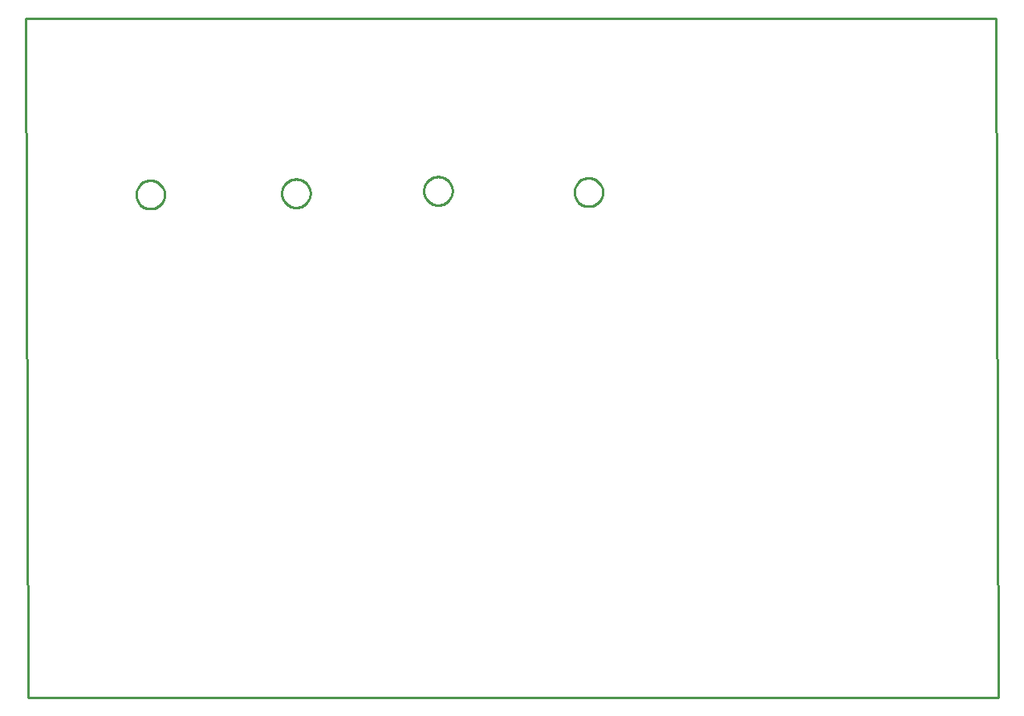
<source format=gbr>
G04 EAGLE Gerber RS-274X export*
G75*
%MOMM*%
%FSLAX34Y34*%
%LPD*%
%IN*%
%IPPOS*%
%AMOC8*
5,1,8,0,0,1.08239X$1,22.5*%
G01*
%ADD10C,0.254000*%


D10*
X-1270Y716280D02*
X1270Y-1270D01*
X1024890Y-1270D01*
X1022350Y716280D01*
X-1270Y716280D01*
X592124Y517570D02*
X591056Y517646D01*
X589995Y517799D01*
X588948Y518027D01*
X587920Y518329D01*
X586916Y518703D01*
X585941Y519148D01*
X585001Y519662D01*
X584100Y520241D01*
X583242Y520883D01*
X582432Y521585D01*
X581675Y522342D01*
X580973Y523152D01*
X580331Y524010D01*
X579752Y524911D01*
X579238Y525851D01*
X578793Y526826D01*
X578419Y527830D01*
X578117Y528858D01*
X577889Y529905D01*
X577736Y530966D01*
X577660Y532034D01*
X577660Y533106D01*
X577736Y534174D01*
X577889Y535235D01*
X578117Y536282D01*
X578419Y537310D01*
X578793Y538314D01*
X579238Y539289D01*
X579752Y540229D01*
X580331Y541130D01*
X580973Y541988D01*
X581675Y542798D01*
X582432Y543555D01*
X583242Y544257D01*
X584100Y544899D01*
X585001Y545478D01*
X585941Y545992D01*
X586916Y546437D01*
X587920Y546811D01*
X588948Y547113D01*
X589995Y547341D01*
X591056Y547494D01*
X592124Y547570D01*
X593196Y547570D01*
X594264Y547494D01*
X595325Y547341D01*
X596372Y547113D01*
X597400Y546811D01*
X598404Y546437D01*
X599379Y545992D01*
X600319Y545478D01*
X601220Y544899D01*
X602078Y544257D01*
X602888Y543555D01*
X603645Y542798D01*
X604347Y541988D01*
X604989Y541130D01*
X605568Y540229D01*
X606082Y539289D01*
X606527Y538314D01*
X606901Y537310D01*
X607203Y536282D01*
X607431Y535235D01*
X607584Y534174D01*
X607660Y533106D01*
X607660Y532034D01*
X607584Y530966D01*
X607431Y529905D01*
X607203Y528858D01*
X606901Y527830D01*
X606527Y526826D01*
X606082Y525851D01*
X605568Y524911D01*
X604989Y524010D01*
X604347Y523152D01*
X603645Y522342D01*
X602888Y521585D01*
X602078Y520883D01*
X601220Y520241D01*
X600319Y519662D01*
X599379Y519148D01*
X598404Y518703D01*
X597400Y518329D01*
X596372Y518027D01*
X595325Y517799D01*
X594264Y517646D01*
X593196Y517570D01*
X592124Y517570D01*
X129844Y515030D02*
X128776Y515106D01*
X127715Y515259D01*
X126668Y515487D01*
X125640Y515789D01*
X124636Y516163D01*
X123661Y516608D01*
X122721Y517122D01*
X121820Y517701D01*
X120962Y518343D01*
X120152Y519045D01*
X119395Y519802D01*
X118693Y520612D01*
X118051Y521470D01*
X117472Y522371D01*
X116958Y523311D01*
X116513Y524286D01*
X116139Y525290D01*
X115837Y526318D01*
X115609Y527365D01*
X115456Y528426D01*
X115380Y529494D01*
X115380Y530566D01*
X115456Y531634D01*
X115609Y532695D01*
X115837Y533742D01*
X116139Y534770D01*
X116513Y535774D01*
X116958Y536749D01*
X117472Y537689D01*
X118051Y538590D01*
X118693Y539448D01*
X119395Y540258D01*
X120152Y541015D01*
X120962Y541717D01*
X121820Y542359D01*
X122721Y542938D01*
X123661Y543452D01*
X124636Y543897D01*
X125640Y544271D01*
X126668Y544573D01*
X127715Y544801D01*
X128776Y544954D01*
X129844Y545030D01*
X130916Y545030D01*
X131984Y544954D01*
X133045Y544801D01*
X134092Y544573D01*
X135120Y544271D01*
X136124Y543897D01*
X137099Y543452D01*
X138039Y542938D01*
X138940Y542359D01*
X139798Y541717D01*
X140608Y541015D01*
X141365Y540258D01*
X142067Y539448D01*
X142709Y538590D01*
X143288Y537689D01*
X143802Y536749D01*
X144247Y535774D01*
X144621Y534770D01*
X144923Y533742D01*
X145151Y532695D01*
X145304Y531634D01*
X145380Y530566D01*
X145380Y529494D01*
X145304Y528426D01*
X145151Y527365D01*
X144923Y526318D01*
X144621Y525290D01*
X144247Y524286D01*
X143802Y523311D01*
X143288Y522371D01*
X142709Y521470D01*
X142067Y520612D01*
X141365Y519802D01*
X140608Y519045D01*
X139798Y518343D01*
X138940Y517701D01*
X138039Y517122D01*
X137099Y516608D01*
X136124Y516163D01*
X135120Y515789D01*
X134092Y515487D01*
X133045Y515259D01*
X131984Y515106D01*
X130916Y515030D01*
X129844Y515030D01*
X433374Y518840D02*
X432306Y518916D01*
X431245Y519069D01*
X430198Y519297D01*
X429170Y519599D01*
X428166Y519973D01*
X427191Y520418D01*
X426251Y520932D01*
X425350Y521511D01*
X424492Y522153D01*
X423682Y522855D01*
X422925Y523612D01*
X422223Y524422D01*
X421581Y525280D01*
X421002Y526181D01*
X420488Y527121D01*
X420043Y528096D01*
X419669Y529100D01*
X419367Y530128D01*
X419139Y531175D01*
X418986Y532236D01*
X418910Y533304D01*
X418910Y534376D01*
X418986Y535444D01*
X419139Y536505D01*
X419367Y537552D01*
X419669Y538580D01*
X420043Y539584D01*
X420488Y540559D01*
X421002Y541499D01*
X421581Y542400D01*
X422223Y543258D01*
X422925Y544068D01*
X423682Y544825D01*
X424492Y545527D01*
X425350Y546169D01*
X426251Y546748D01*
X427191Y547262D01*
X428166Y547707D01*
X429170Y548081D01*
X430198Y548383D01*
X431245Y548611D01*
X432306Y548764D01*
X433374Y548840D01*
X434446Y548840D01*
X435514Y548764D01*
X436575Y548611D01*
X437622Y548383D01*
X438650Y548081D01*
X439654Y547707D01*
X440629Y547262D01*
X441569Y546748D01*
X442470Y546169D01*
X443328Y545527D01*
X444138Y544825D01*
X444895Y544068D01*
X445597Y543258D01*
X446239Y542400D01*
X446818Y541499D01*
X447332Y540559D01*
X447777Y539584D01*
X448151Y538580D01*
X448453Y537552D01*
X448681Y536505D01*
X448834Y535444D01*
X448910Y534376D01*
X448910Y533304D01*
X448834Y532236D01*
X448681Y531175D01*
X448453Y530128D01*
X448151Y529100D01*
X447777Y528096D01*
X447332Y527121D01*
X446818Y526181D01*
X446239Y525280D01*
X445597Y524422D01*
X444895Y523612D01*
X444138Y522855D01*
X443328Y522153D01*
X442470Y521511D01*
X441569Y520932D01*
X440629Y520418D01*
X439654Y519973D01*
X438650Y519599D01*
X437622Y519297D01*
X436575Y519069D01*
X435514Y518916D01*
X434446Y518840D01*
X433374Y518840D01*
X283514Y516300D02*
X282446Y516376D01*
X281385Y516529D01*
X280338Y516757D01*
X279310Y517059D01*
X278306Y517433D01*
X277331Y517878D01*
X276391Y518392D01*
X275490Y518971D01*
X274632Y519613D01*
X273822Y520315D01*
X273065Y521072D01*
X272363Y521882D01*
X271721Y522740D01*
X271142Y523641D01*
X270628Y524581D01*
X270183Y525556D01*
X269809Y526560D01*
X269507Y527588D01*
X269279Y528635D01*
X269126Y529696D01*
X269050Y530764D01*
X269050Y531836D01*
X269126Y532904D01*
X269279Y533965D01*
X269507Y535012D01*
X269809Y536040D01*
X270183Y537044D01*
X270628Y538019D01*
X271142Y538959D01*
X271721Y539860D01*
X272363Y540718D01*
X273065Y541528D01*
X273822Y542285D01*
X274632Y542987D01*
X275490Y543629D01*
X276391Y544208D01*
X277331Y544722D01*
X278306Y545167D01*
X279310Y545541D01*
X280338Y545843D01*
X281385Y546071D01*
X282446Y546224D01*
X283514Y546300D01*
X284586Y546300D01*
X285654Y546224D01*
X286715Y546071D01*
X287762Y545843D01*
X288790Y545541D01*
X289794Y545167D01*
X290769Y544722D01*
X291709Y544208D01*
X292610Y543629D01*
X293468Y542987D01*
X294278Y542285D01*
X295035Y541528D01*
X295737Y540718D01*
X296379Y539860D01*
X296958Y538959D01*
X297472Y538019D01*
X297917Y537044D01*
X298291Y536040D01*
X298593Y535012D01*
X298821Y533965D01*
X298974Y532904D01*
X299050Y531836D01*
X299050Y530764D01*
X298974Y529696D01*
X298821Y528635D01*
X298593Y527588D01*
X298291Y526560D01*
X297917Y525556D01*
X297472Y524581D01*
X296958Y523641D01*
X296379Y522740D01*
X295737Y521882D01*
X295035Y521072D01*
X294278Y520315D01*
X293468Y519613D01*
X292610Y518971D01*
X291709Y518392D01*
X290769Y517878D01*
X289794Y517433D01*
X288790Y517059D01*
X287762Y516757D01*
X286715Y516529D01*
X285654Y516376D01*
X284586Y516300D01*
X283514Y516300D01*
M02*

</source>
